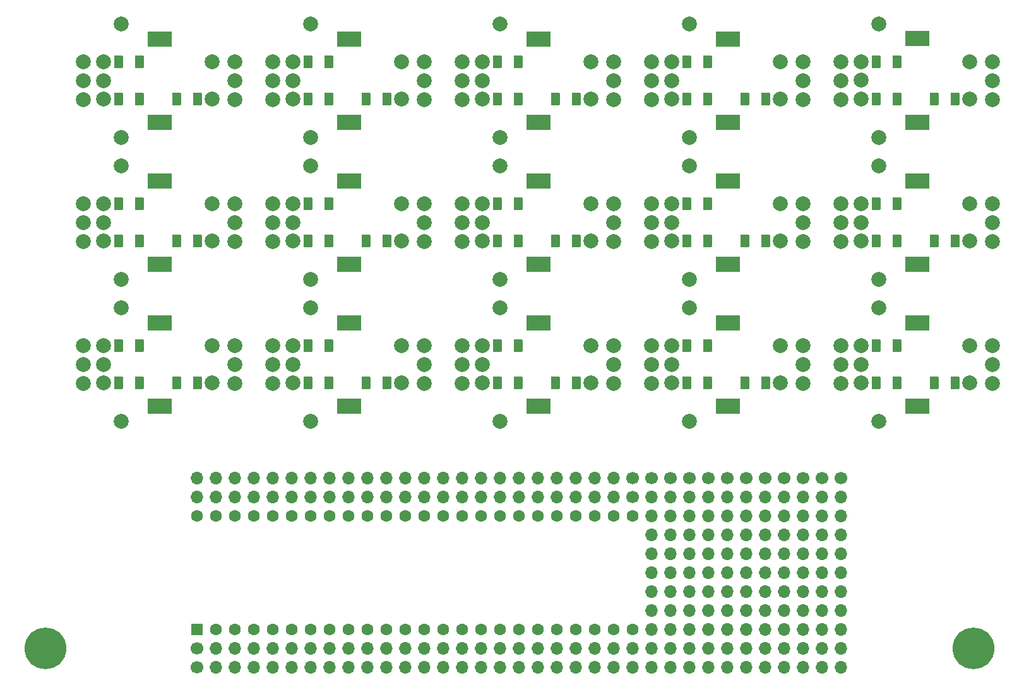
<source format=gbr>
%TF.GenerationSoftware,KiCad,Pcbnew,(6.0.0)*%
%TF.CreationDate,2022-08-09T18:09:24+02:00*%
%TF.ProjectId,matrix,6d617472-6978-42e6-9b69-6361645f7063,rev?*%
%TF.SameCoordinates,Original*%
%TF.FileFunction,Soldermask,Bot*%
%TF.FilePolarity,Negative*%
%FSLAX46Y46*%
G04 Gerber Fmt 4.6, Leading zero omitted, Abs format (unit mm)*
G04 Created by KiCad (PCBNEW (6.0.0)) date 2022-08-09 18:09:24*
%MOMM*%
%LPD*%
G01*
G04 APERTURE LIST*
G04 Aperture macros list*
%AMRoundRect*
0 Rectangle with rounded corners*
0 $1 Rounding radius*
0 $2 $3 $4 $5 $6 $7 $8 $9 X,Y pos of 4 corners*
0 Add a 4 corners polygon primitive as box body*
4,1,4,$2,$3,$4,$5,$6,$7,$8,$9,$2,$3,0*
0 Add four circle primitives for the rounded corners*
1,1,$1+$1,$2,$3*
1,1,$1+$1,$4,$5*
1,1,$1+$1,$6,$7*
1,1,$1+$1,$8,$9*
0 Add four rect primitives between the rounded corners*
20,1,$1+$1,$2,$3,$4,$5,0*
20,1,$1+$1,$4,$5,$6,$7,0*
20,1,$1+$1,$6,$7,$8,$9,0*
20,1,$1+$1,$8,$9,$2,$3,0*%
G04 Aperture macros list end*
%ADD10C,2.000000*%
%ADD11RoundRect,0.250000X-0.375000X-0.625000X0.375000X-0.625000X0.375000X0.625000X-0.375000X0.625000X0*%
%ADD12RoundRect,0.250000X0.375000X0.625000X-0.375000X0.625000X-0.375000X-0.625000X0.375000X-0.625000X0*%
%ADD13R,3.200000X2.000000*%
%ADD14C,1.700000*%
%ADD15O,1.700000X1.700000*%
%ADD16C,5.599999*%
%ADD17C,3.600000*%
%ADD18R,1.600000X1.600000*%
%ADD19C,1.600000*%
G04 APERTURE END LIST*
D10*
%TO.C,ENC4*%
X-589794000Y116820000D03*
X-589794000Y111820000D03*
D11*
X-602294000Y116820000D03*
D10*
X-604294000Y114320000D03*
X-604294000Y116820000D03*
X-604294000Y111820000D03*
D12*
X-594494000Y111820000D03*
D11*
X-599494000Y111820000D03*
X-599494000Y116820000D03*
D10*
X-607060000Y116840000D03*
X-586740000Y116840000D03*
X-607060000Y114300000D03*
X-586740000Y114300000D03*
X-601980000Y121920000D03*
X-601980000Y106680000D03*
D11*
X-602294000Y111820000D03*
D12*
X-591694000Y111820000D03*
D13*
X-596794000Y108720000D03*
X-596794000Y119920000D03*
D10*
X-607060000Y111760000D03*
X-586740000Y111760000D03*
%TD*%
D14*
%TO.C,REF\u002A\u002A*%
X-548640000Y60960000D03*
X-548640000Y60960000D03*
D15*
X-548640000Y58420000D03*
X-548640000Y55880000D03*
X-548640000Y53340000D03*
X-548640000Y50800000D03*
X-548640000Y48260000D03*
X-548640000Y45720000D03*
X-548640000Y43180000D03*
X-548640000Y40640000D03*
X-548640000Y38100000D03*
X-548640000Y35560000D03*
%TD*%
D10*
%TO.C,ENC10*%
X-553494000Y116820000D03*
X-538994000Y116820000D03*
D11*
X-551494000Y116820000D03*
D10*
X-538994000Y111820000D03*
X-553494000Y114320000D03*
X-553494000Y111820000D03*
D11*
X-548694000Y116820000D03*
X-548694000Y111820000D03*
D12*
X-543694000Y111820000D03*
D10*
X-556260000Y116840000D03*
X-535940000Y116840000D03*
X-556260000Y114300000D03*
X-535940000Y114300000D03*
X-551180000Y121920000D03*
X-551180000Y106680000D03*
D11*
X-551494000Y111820000D03*
D12*
X-540894000Y111820000D03*
D13*
X-545994000Y108720000D03*
X-545994000Y119920000D03*
D10*
X-556260000Y111760000D03*
X-535940000Y111760000D03*
%TD*%
D14*
%TO.C,REF\u002A\u002A*%
X-541020000Y60960000D03*
X-541020000Y60960000D03*
D15*
X-541020000Y58420000D03*
X-541020000Y55880000D03*
X-541020000Y53340000D03*
X-541020000Y50800000D03*
X-541020000Y48260000D03*
X-541020000Y45720000D03*
X-541020000Y43180000D03*
X-541020000Y40640000D03*
X-541020000Y38100000D03*
X-541020000Y35560000D03*
%TD*%
D16*
%TO.C,REF\u002A\u002A*%
X-637540000Y38100000D03*
D17*
X-637540000Y38100000D03*
%TD*%
D14*
%TO.C,REF\u002A\u002A*%
X-556260000Y60960000D03*
X-556260000Y60960000D03*
D15*
X-556260000Y58420000D03*
X-556260000Y55880000D03*
X-556260000Y53340000D03*
X-556260000Y50800000D03*
X-556260000Y48260000D03*
X-556260000Y45720000D03*
X-556260000Y43180000D03*
X-556260000Y40640000D03*
X-556260000Y38100000D03*
X-556260000Y35560000D03*
%TD*%
D10*
%TO.C,ENC7*%
X-578894000Y114320000D03*
X-564394000Y111820000D03*
X-578894000Y116820000D03*
X-564394000Y116820000D03*
D11*
X-576894000Y116820000D03*
D10*
X-578894000Y111820000D03*
D12*
X-569094000Y111820000D03*
D11*
X-574094000Y111820000D03*
X-574094000Y116820000D03*
D10*
X-581660000Y116840000D03*
X-561340000Y116840000D03*
X-581660000Y114300000D03*
X-561340000Y114300000D03*
X-576580000Y121920000D03*
X-576580000Y106680000D03*
D12*
X-566294000Y111820000D03*
D11*
X-576894000Y111820000D03*
D13*
X-571394000Y119920000D03*
X-571394000Y108720000D03*
D10*
X-581660000Y111760000D03*
X-561340000Y111760000D03*
%TD*%
D14*
%TO.C,J2*%
X-558800000Y58420000D03*
D15*
X-561340000Y58420000D03*
X-563880000Y58420000D03*
X-566420000Y58420000D03*
X-568960000Y58420000D03*
X-571500000Y58420000D03*
X-574040000Y58420000D03*
X-576580000Y58420000D03*
X-579120000Y58420000D03*
X-581660000Y58420000D03*
X-584200000Y58420000D03*
X-586740000Y58420000D03*
X-589280000Y58420000D03*
X-591820000Y58420000D03*
X-594360000Y58420000D03*
X-596900000Y58420000D03*
X-599440000Y58420000D03*
X-601980000Y58420000D03*
X-604520000Y58420000D03*
X-607060000Y58420000D03*
X-609600000Y58420000D03*
X-612140000Y58420000D03*
X-614680000Y58420000D03*
X-617220000Y58420000D03*
%TD*%
D14*
%TO.C,REF\u002A\u002A*%
X-533400000Y60960000D03*
X-533400000Y60960000D03*
D15*
X-533400000Y58420000D03*
X-533400000Y55880000D03*
X-533400000Y53340000D03*
X-533400000Y50800000D03*
X-533400000Y48260000D03*
X-533400000Y45720000D03*
X-533400000Y43180000D03*
X-533400000Y40640000D03*
X-533400000Y38100000D03*
X-533400000Y35560000D03*
%TD*%
D10*
%TO.C,ENC1*%
X-615194000Y116820000D03*
D11*
X-627694000Y116820000D03*
D10*
X-615194000Y111820000D03*
X-629694000Y114320000D03*
X-629694000Y116820000D03*
X-629694000Y111820000D03*
D11*
X-624894000Y116820000D03*
D12*
X-619894000Y111820000D03*
D11*
X-624894000Y111820000D03*
D10*
X-632460000Y116840000D03*
X-612140000Y116840000D03*
X-632460000Y114300000D03*
X-612140000Y114300000D03*
X-627380000Y121920000D03*
X-627380000Y106680000D03*
D12*
X-617094000Y111820000D03*
D11*
X-627694000Y111820000D03*
D13*
X-622194000Y108720000D03*
X-622194000Y119920000D03*
D10*
X-632460000Y111760000D03*
X-612140000Y111760000D03*
%TD*%
D14*
%TO.C,REF\u002A\u002A*%
X-535940000Y60960000D03*
X-535940000Y60960000D03*
D15*
X-535940000Y58420000D03*
X-535940000Y55880000D03*
X-535940000Y53340000D03*
X-535940000Y50800000D03*
X-535940000Y48260000D03*
X-535940000Y45720000D03*
X-535940000Y43180000D03*
X-535940000Y40640000D03*
X-535940000Y38100000D03*
X-535940000Y35560000D03*
%TD*%
D10*
%TO.C,ENC15*%
X-528094000Y78720000D03*
X-513594000Y73720000D03*
X-528094000Y76220000D03*
D11*
X-526094000Y78720000D03*
D10*
X-513594000Y78720000D03*
X-528094000Y73720000D03*
D11*
X-523294000Y78720000D03*
D12*
X-518294000Y73720000D03*
D11*
X-523294000Y73720000D03*
D10*
X-530860000Y78740000D03*
X-510540000Y78740000D03*
X-530860000Y76200000D03*
X-510540000Y76200000D03*
X-525780000Y83820000D03*
X-525780000Y68580000D03*
D12*
X-515494000Y73720000D03*
D11*
X-526094000Y73720000D03*
D13*
X-520594000Y81820000D03*
X-520594000Y70620000D03*
D10*
X-530860000Y73660000D03*
X-510540000Y73660000D03*
%TD*%
D14*
%TO.C,REF\u002A\u002A*%
X-551180000Y60960000D03*
X-551180000Y60960000D03*
D15*
X-551180000Y58420000D03*
X-551180000Y55880000D03*
X-551180000Y53340000D03*
X-551180000Y50800000D03*
X-551180000Y48260000D03*
X-551180000Y45720000D03*
X-551180000Y43180000D03*
X-551180000Y40640000D03*
X-551180000Y38100000D03*
X-551180000Y35560000D03*
%TD*%
D10*
%TO.C,ENC8*%
X-564394000Y92770000D03*
X-578894000Y95270000D03*
X-564394000Y97770000D03*
D11*
X-576894000Y97770000D03*
D10*
X-578894000Y97770000D03*
X-578894000Y92770000D03*
D11*
X-574094000Y97770000D03*
D12*
X-569094000Y92770000D03*
D11*
X-574094000Y92770000D03*
D10*
X-581660000Y97790000D03*
X-561340000Y97790000D03*
X-581660000Y95250000D03*
X-561340000Y95250000D03*
X-576580000Y102870000D03*
X-576580000Y87630000D03*
D12*
X-566294000Y92770000D03*
D11*
X-576894000Y92770000D03*
D13*
X-571394000Y100870000D03*
X-571394000Y89670000D03*
D10*
X-581660000Y92710000D03*
X-561340000Y92710000D03*
%TD*%
D14*
%TO.C,REF\u002A\u002A*%
X-553720000Y60960000D03*
X-553720000Y60960000D03*
D15*
X-553720000Y58420000D03*
X-553720000Y55880000D03*
X-553720000Y53340000D03*
X-553720000Y50800000D03*
X-553720000Y48260000D03*
X-553720000Y45720000D03*
X-553720000Y43180000D03*
X-553720000Y40640000D03*
X-553720000Y38100000D03*
X-553720000Y35560000D03*
%TD*%
D10*
%TO.C,ENC6*%
X-589794000Y73720000D03*
X-589794000Y78720000D03*
X-604294000Y78720000D03*
X-604294000Y76220000D03*
D11*
X-602294000Y78720000D03*
D10*
X-604294000Y73720000D03*
D11*
X-599494000Y73720000D03*
D12*
X-594494000Y73720000D03*
D11*
X-599494000Y78720000D03*
D10*
X-607060000Y78740000D03*
X-586740000Y78740000D03*
X-607060000Y76200000D03*
X-586740000Y76200000D03*
X-601980000Y83820000D03*
X-601980000Y68580000D03*
D11*
X-602294000Y73720000D03*
D12*
X-591694000Y73720000D03*
D13*
X-596794000Y81820000D03*
X-596794000Y70620000D03*
D10*
X-607060000Y73660000D03*
X-586740000Y73660000D03*
%TD*%
%TO.C,ENC14*%
X-513594000Y92770000D03*
D11*
X-526094000Y97770000D03*
D10*
X-528094000Y97770000D03*
X-528094000Y95270000D03*
X-513594000Y97770000D03*
X-528094000Y92770000D03*
D12*
X-518294000Y92770000D03*
D11*
X-523294000Y97770000D03*
X-523294000Y92770000D03*
D10*
X-530860000Y97790000D03*
X-510540000Y97790000D03*
X-530860000Y95250000D03*
X-510540000Y95250000D03*
X-525780000Y102870000D03*
X-525780000Y87630000D03*
D12*
X-515494000Y92770000D03*
D11*
X-526094000Y92770000D03*
D13*
X-520594000Y100870000D03*
X-520594000Y89670000D03*
D10*
X-530860000Y92710000D03*
X-510540000Y92710000D03*
%TD*%
D17*
%TO.C,REF\u002A\u002A*%
X-513080000Y38100000D03*
D16*
X-513080000Y38100000D03*
%TD*%
D11*
%TO.C,ENC5*%
X-602294000Y97770000D03*
D10*
X-589794000Y92770000D03*
X-604294000Y95270000D03*
X-604294000Y97770000D03*
X-589794000Y97770000D03*
X-604294000Y92770000D03*
D11*
X-599494000Y92770000D03*
D12*
X-594494000Y92770000D03*
D11*
X-599494000Y97770000D03*
D10*
X-607060000Y97790000D03*
X-586740000Y97790000D03*
X-607060000Y95250000D03*
X-586740000Y95250000D03*
X-601980000Y102870000D03*
X-601980000Y87630000D03*
D11*
X-602294000Y92770000D03*
D12*
X-591694000Y92770000D03*
D13*
X-596794000Y100870000D03*
X-596794000Y89670000D03*
D10*
X-607060000Y92710000D03*
X-586740000Y92710000D03*
%TD*%
%TO.C,ENC13*%
X-513594000Y116839990D03*
X-513594000Y111839990D03*
D11*
X-526094000Y116839990D03*
D10*
X-528094000Y114339990D03*
X-528094000Y116839990D03*
X-528094000Y111839990D03*
D11*
X-523294000Y111839990D03*
X-523294000Y116839990D03*
D12*
X-518294000Y111839990D03*
D10*
X-530860000Y116859990D03*
X-510540000Y116859990D03*
X-530860000Y114319990D03*
X-510540000Y114319990D03*
X-525780000Y121939990D03*
X-525780000Y106699990D03*
D11*
X-526094000Y111839990D03*
D12*
X-515494000Y111839990D03*
D13*
X-520594000Y119939990D03*
X-520594000Y108739990D03*
D10*
X-530860000Y111779990D03*
X-510540000Y111779990D03*
%TD*%
%TO.C,ENC9*%
X-578894000Y76220000D03*
X-564394000Y78720000D03*
X-578894000Y78720000D03*
X-564394000Y73720000D03*
D11*
X-576894000Y78720000D03*
D10*
X-578894000Y73720000D03*
D11*
X-574094000Y78720000D03*
D12*
X-569094000Y73720000D03*
D11*
X-574094000Y73720000D03*
D10*
X-581660000Y78740000D03*
X-561340000Y78740000D03*
X-581660000Y76200000D03*
X-561340000Y76200000D03*
X-576580000Y83820000D03*
X-576580000Y68580000D03*
D12*
X-566294000Y73720000D03*
D11*
X-576894000Y73720000D03*
D13*
X-571394000Y70620000D03*
X-571394000Y81820000D03*
D10*
X-581660000Y73660000D03*
X-561340000Y73660000D03*
%TD*%
%TO.C,ENC12*%
X-553494000Y78720000D03*
X-553494000Y76220000D03*
X-538994000Y78720000D03*
X-538994000Y73720000D03*
D11*
X-551494000Y78720000D03*
D10*
X-553494000Y73720000D03*
D11*
X-548694000Y78720000D03*
D12*
X-543694000Y73720000D03*
D11*
X-548694000Y73720000D03*
D10*
X-556260000Y78740000D03*
X-535940000Y78740000D03*
X-556260000Y76200000D03*
X-535940000Y76200000D03*
X-551180000Y83820000D03*
X-551180000Y68580000D03*
D12*
X-540894000Y73720000D03*
D11*
X-551494000Y73720000D03*
D13*
X-545994000Y70620000D03*
X-545994000Y81820000D03*
D10*
X-556260000Y73660000D03*
X-535940000Y73660000D03*
%TD*%
%TO.C,ENC11*%
X-553494000Y95270000D03*
X-538994000Y92770000D03*
D11*
X-551494000Y97770000D03*
D10*
X-538994000Y97770000D03*
X-553494000Y97770000D03*
X-553494000Y92770000D03*
D12*
X-543694000Y92770000D03*
D11*
X-548694000Y97770000D03*
X-548694000Y92770000D03*
D10*
X-556260000Y97790000D03*
X-535940000Y97790000D03*
X-556260000Y95250000D03*
X-535940000Y95250000D03*
X-551180000Y102870000D03*
X-551180000Y87630000D03*
D11*
X-551494000Y92770000D03*
D12*
X-540894000Y92770000D03*
D13*
X-545994000Y89670000D03*
X-545994000Y100870000D03*
D10*
X-556260000Y92710000D03*
X-535940000Y92710000D03*
%TD*%
D14*
%TO.C,REF\u002A\u002A*%
X-530860000Y60960000D03*
X-530860000Y60960000D03*
D15*
X-530860000Y58420000D03*
X-530860000Y55880000D03*
X-530860000Y53340000D03*
X-530860000Y50800000D03*
X-530860000Y48260000D03*
X-530860000Y45720000D03*
X-530860000Y43180000D03*
X-530860000Y40640000D03*
X-530860000Y38100000D03*
X-530860000Y35560000D03*
%TD*%
D14*
%TO.C,J1*%
X-558800000Y60960000D03*
D15*
X-561340000Y60960000D03*
X-563880000Y60960000D03*
X-566420000Y60960000D03*
X-568960000Y60960000D03*
X-571500000Y60960000D03*
X-574040000Y60960000D03*
X-576580000Y60960000D03*
X-579120000Y60960000D03*
X-581660000Y60960000D03*
X-584200000Y60960000D03*
X-586740000Y60960000D03*
X-589280000Y60960000D03*
X-591820000Y60960000D03*
X-594360000Y60960000D03*
X-596900000Y60960000D03*
X-599440000Y60960000D03*
X-601980000Y60960000D03*
X-604520000Y60960000D03*
X-607060000Y60960000D03*
X-609600000Y60960000D03*
X-612140000Y60960000D03*
X-614680000Y60960000D03*
X-617220000Y60960000D03*
%TD*%
D10*
%TO.C,ENC2*%
X-629694000Y97770000D03*
X-615194000Y92770000D03*
X-629694000Y95270000D03*
D11*
X-627694000Y97770000D03*
D10*
X-615194000Y97770000D03*
X-629694000Y92770000D03*
D11*
X-624894000Y97770000D03*
D12*
X-619894000Y92770000D03*
D11*
X-624894000Y92770000D03*
D10*
X-632460000Y97790000D03*
X-612140000Y97790000D03*
X-632460000Y95250000D03*
X-612140000Y95250000D03*
X-627380000Y102870000D03*
X-627380000Y87630000D03*
D11*
X-627694000Y92770000D03*
D12*
X-617094000Y92770000D03*
D13*
X-622194000Y100870000D03*
X-622194000Y89670000D03*
D10*
X-632460000Y92710000D03*
X-612140000Y92710000D03*
%TD*%
D18*
%TO.C,U1*%
X-617220000Y40640000D03*
D19*
X-614680000Y40640000D03*
X-612140000Y40640000D03*
X-609600000Y40640000D03*
X-607060000Y40640000D03*
X-604520000Y40640000D03*
X-601980000Y40640000D03*
X-599440000Y40640000D03*
X-596900000Y40640000D03*
X-594360000Y40640000D03*
X-591820000Y40640000D03*
X-589280000Y40640000D03*
X-586740000Y40640000D03*
X-584200000Y40640000D03*
X-581660000Y40640000D03*
X-579120000Y40640000D03*
X-576580000Y40640000D03*
X-574040000Y40640000D03*
X-571500000Y40640000D03*
X-568960000Y40640000D03*
X-566420000Y40640000D03*
X-563880000Y40640000D03*
X-561340000Y40640000D03*
X-558800000Y40640000D03*
X-558800000Y55880000D03*
X-561340000Y55880000D03*
X-563880000Y55880000D03*
X-566420000Y55880000D03*
X-568960000Y55880000D03*
X-571500000Y55880000D03*
X-574040000Y55880000D03*
X-576580000Y55880000D03*
X-579120000Y55880000D03*
X-581660000Y55880000D03*
X-584200000Y55880000D03*
X-586740000Y55880000D03*
X-589280000Y55880000D03*
X-591820000Y55880000D03*
X-594360000Y55880000D03*
X-596900000Y55880000D03*
X-599440000Y55880000D03*
X-601980000Y55880000D03*
X-604520000Y55880000D03*
X-607060000Y55880000D03*
X-609600000Y55880000D03*
X-612140000Y55880000D03*
X-614680000Y55880000D03*
X-617220000Y55880000D03*
%TD*%
D14*
%TO.C,J3*%
X-617220000Y38100000D03*
D15*
X-614680000Y38100000D03*
X-612140000Y38100000D03*
X-609600000Y38100000D03*
X-607060000Y38100000D03*
X-604520000Y38100000D03*
X-601980000Y38100000D03*
X-599440000Y38100000D03*
X-596900000Y38100000D03*
X-594360000Y38100000D03*
X-591820000Y38100000D03*
X-589280000Y38100000D03*
X-586740000Y38100000D03*
X-584200000Y38100000D03*
X-581660000Y38100000D03*
X-579120000Y38100000D03*
X-576580000Y38100000D03*
X-574040000Y38100000D03*
X-571500000Y38100000D03*
X-568960000Y38100000D03*
X-566420000Y38100000D03*
X-563880000Y38100000D03*
X-561340000Y38100000D03*
X-558800000Y38100000D03*
%TD*%
D14*
%TO.C,REF\u002A\u002A*%
X-538480000Y60960000D03*
X-538480000Y60960000D03*
D15*
X-538480000Y58420000D03*
X-538480000Y55880000D03*
X-538480000Y53340000D03*
X-538480000Y50800000D03*
X-538480000Y48260000D03*
X-538480000Y45720000D03*
X-538480000Y43180000D03*
X-538480000Y40640000D03*
X-538480000Y38100000D03*
X-538480000Y35560000D03*
%TD*%
D10*
%TO.C,ENC3*%
X-615194000Y73720000D03*
X-629694000Y78720000D03*
X-629694000Y76220000D03*
X-615194000Y78720000D03*
D11*
X-627694000Y78720000D03*
D10*
X-629694000Y73720000D03*
D11*
X-624894000Y78720000D03*
X-624894000Y73720000D03*
D12*
X-619894000Y73720000D03*
D10*
X-632460000Y78740000D03*
X-612140000Y78740000D03*
X-632460000Y76200000D03*
X-612140000Y76200000D03*
X-627380000Y83820000D03*
X-627380000Y68580000D03*
D11*
X-627694000Y73720000D03*
D12*
X-617094000Y73720000D03*
D13*
X-622194000Y70620000D03*
X-622194000Y81820000D03*
D10*
X-632460000Y73660000D03*
X-612140000Y73660000D03*
%TD*%
D14*
%TO.C,J4*%
X-617220000Y35560000D03*
D15*
X-614680000Y35560000D03*
X-612140000Y35560000D03*
X-609600000Y35560000D03*
X-607060000Y35560000D03*
X-604520000Y35560000D03*
X-601980000Y35560000D03*
X-599440000Y35560000D03*
X-596900000Y35560000D03*
X-594360000Y35560000D03*
X-591820000Y35560000D03*
X-589280000Y35560000D03*
X-586740000Y35560000D03*
X-584200000Y35560000D03*
X-581660000Y35560000D03*
X-579120000Y35560000D03*
X-576580000Y35560000D03*
X-574040000Y35560000D03*
X-571500000Y35560000D03*
X-568960000Y35560000D03*
X-566420000Y35560000D03*
X-563880000Y35560000D03*
X-561340000Y35560000D03*
X-558800000Y35560000D03*
%TD*%
D14*
%TO.C,REF\u002A\u002A*%
X-546100000Y60960000D03*
X-546100000Y60960000D03*
D15*
X-546100000Y58420000D03*
X-546100000Y55880000D03*
X-546100000Y53340000D03*
X-546100000Y50800000D03*
X-546100000Y48260000D03*
X-546100000Y45720000D03*
X-546100000Y43180000D03*
X-546100000Y40640000D03*
X-546100000Y38100000D03*
X-546100000Y35560000D03*
%TD*%
D14*
%TO.C,REF\u002A\u002A*%
X-543560000Y60960000D03*
X-543560000Y60960000D03*
D15*
X-543560000Y58420000D03*
X-543560000Y55880000D03*
X-543560000Y53340000D03*
X-543560000Y50800000D03*
X-543560000Y48260000D03*
X-543560000Y45720000D03*
X-543560000Y43180000D03*
X-543560000Y40640000D03*
X-543560000Y38100000D03*
X-543560000Y35560000D03*
%TD*%
M02*

</source>
